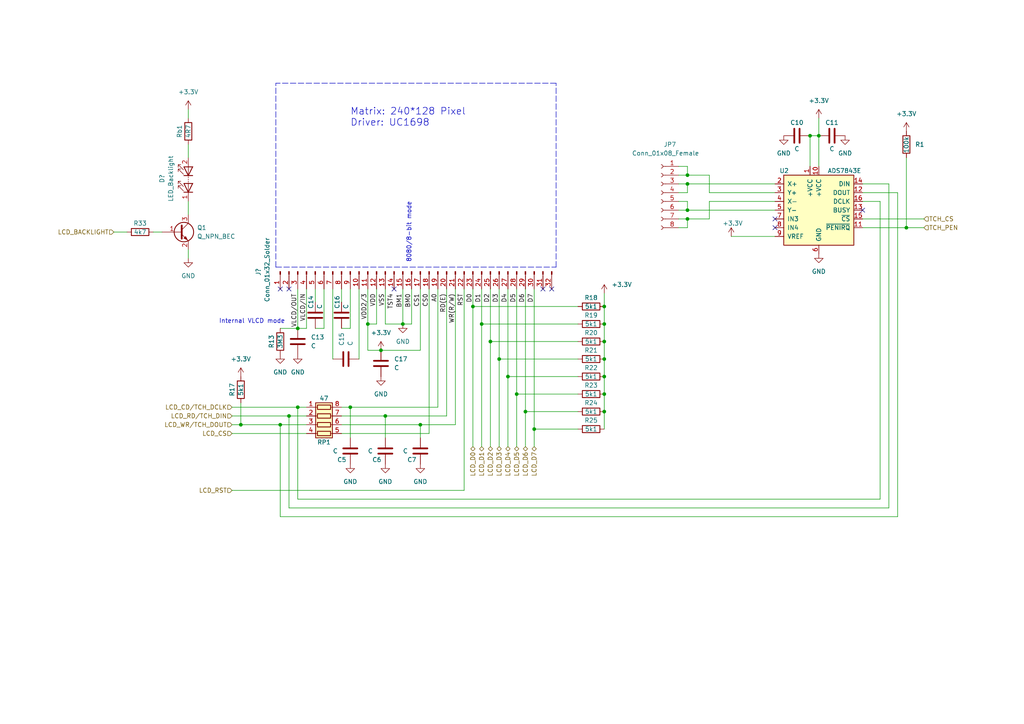
<source format=kicad_sch>
(kicad_sch (version 20211123) (generator eeschema)
  (paper "A4")
  (title_block (title "YardForce SAxxxPRO Dot-Matrix LCD CoverUI HS49067") (date "2023-08-22") (rev "0.1") (comment 1 "(c) Apehaenger") (comment 2 "For https://openmower.de") (comment 3 "PCB: WYPCB319B, WYM240128K1002") (comment 4 "LCD: WYM240128K10, 2019-12-14, HJ2818W6 A0"))
  (lib_symbols
    (symbol "Connector:Conn_01x08_Female" (pin_names (offset 1.016) hide)
      (property "Reference" "J" (at 0 10.16 0))
      (property "Value" "Conn_01x08_Female" (at 0 -12.7 0))
      (symbol "Conn_01x08_Female_1_1"
        (arc (start 0 -9.652) (mid -0.508 -10.16) (end 0 -10.668) (stroke (width 0.1524)))
        (arc (start 0 -7.112) (mid -0.508 -7.62) (end 0 -8.128) (stroke (width 0.1524)))
        (arc (start 0 -4.572) (mid -0.508 -5.08) (end 0 -5.588) (stroke (width 0.1524)))
        (arc (start 0 -2.032) (mid -0.508 -2.54) (end 0 -3.048) (stroke (width 0.1524)))
        (polyline (pts (xy -1.27 -10.16) (xy -0.508 -10.16)) (stroke (width 0.1524)))
        (polyline (pts (xy -1.27 -7.62) (xy -0.508 -7.62)) (stroke (width 0.1524)))
        (polyline (pts (xy -1.27 -5.08) (xy -0.508 -5.08)) (stroke (width 0.1524)))
        (polyline (pts (xy -1.27 -2.54) (xy -0.508 -2.54)) (stroke (width 0.1524)))
        (polyline (pts (xy -1.27 0) (xy -0.508 0)) (stroke (width 0.1524)))
        (polyline (pts (xy -1.27 2.54) (xy -0.508 2.54)) (stroke (width 0.1524)))
        (polyline (pts (xy -1.27 5.08) (xy -0.508 5.08)) (stroke (width 0.1524)))
        (polyline (pts (xy -1.27 7.62) (xy -0.508 7.62)) (stroke (width 0.1524)))
        (arc (start 0 0.508) (mid -0.508 0) (end 0 -0.508) (stroke (width 0.1524)))
        (arc (start 0 3.048) (mid -0.508 2.54) (end 0 2.032) (stroke (width 0.1524)))
        (arc (start 0 5.588) (mid -0.508 5.08) (end 0 4.572) (stroke (width 0.1524)))
        (arc (start 0 8.128) (mid -0.508 7.62) (end 0 7.112) (stroke (width 0.1524)))
        (pin passive line (at -5.08 7.62 0) (length 3.81) (name "Pin_1") (number "1"))
        (pin passive line (at -5.08 5.08 0) (length 3.81) (name "Pin_2") (number "2"))
        (pin passive line (at -5.08 2.54 0) (length 3.81) (name "Pin_3") (number "3"))
        (pin passive line (at -5.08 0 0) (length 3.81) (name "Pin_4") (number "4"))
        (pin passive line (at -5.08 -2.54 0) (length 3.81) (name "Pin_5") (number "5"))
        (pin passive line (at -5.08 -5.08 0) (length 3.81) (name "Pin_6") (number "6"))
        (pin passive line (at -5.08 -7.62 0) (length 3.81) (name "Pin_7") (number "7"))
        (pin passive line (at -5.08 -10.16 0) (length 3.81) (name "Pin_8") (number "8"))
      )
    )
    (symbol "Connector:Conn_01x32_Male" (pin_names (offset 1.016) hide)
      (property "Reference" "J" (at 0 40.64 0))
      (property "Value" "Conn_01x32_Male" (at 0 -43.18 0))
      (symbol "Conn_01x32_Male_1_1"
        (polyline (pts (xy 1.27 -40.64) (xy 0.8636 -40.64)) (stroke (width 0.1524)))
        (polyline (pts (xy 1.27 -38.1) (xy 0.8636 -38.1)) (stroke (width 0.1524)))
        (polyline (pts (xy 1.27 -35.56) (xy 0.8636 -35.56)) (stroke (width 0.1524)))
        (polyline (pts (xy 1.27 -33.02) (xy 0.8636 -33.02)) (stroke (width 0.1524)))
        (polyline (pts (xy 1.27 -30.48) (xy 0.8636 -30.48)) (stroke (width 0.1524)))
        (polyline (pts (xy 1.27 -27.94) (xy 0.8636 -27.94)) (stroke (width 0.1524)))
        (polyline (pts (xy 1.27 -25.4) (xy 0.8636 -25.4)) (stroke (width 0.1524)))
        (polyline (pts (xy 1.27 -22.86) (xy 0.8636 -22.86)) (stroke (width 0.1524)))
        (polyline (pts (xy 1.27 -20.32) (xy 0.8636 -20.32)) (stroke (width 0.1524)))
        (polyline (pts (xy 1.27 -17.78) (xy 0.8636 -17.78)) (stroke (width 0.1524)))
        (polyline (pts (xy 1.27 -15.24) (xy 0.8636 -15.24)) (stroke (width 0.1524)))
        (polyline (pts (xy 1.27 -12.7) (xy 0.8636 -12.7)) (stroke (width 0.1524)))
        (polyline (pts (xy 1.27 -10.16) (xy 0.8636 -10.16)) (stroke (width 0.1524)))
        (polyline (pts (xy 1.27 -7.62) (xy 0.8636 -7.62)) (stroke (width 0.1524)))
        (polyline (pts (xy 1.27 -5.08) (xy 0.8636 -5.08)) (stroke (width 0.1524)))
        (polyline (pts (xy 1.27 -2.54) (xy 0.8636 -2.54)) (stroke (width 0.1524)))
        (polyline (pts (xy 1.27 0) (xy 0.8636 0)) (stroke (width 0.1524)))
        (polyline (pts (xy 1.27 2.54) (xy 0.8636 2.54)) (stroke (width 0.1524)))
        (polyline (pts (xy 1.27 5.08) (xy 0.8636 5.08)) (stroke (width 0.1524)))
        (polyline (pts (xy 1.27 7.62) (xy 0.8636 7.62)) (stroke (width 0.1524)))
        (polyline (pts (xy 1.27 10.16) (xy 0.8636 10.16)) (stroke (width 0.1524)))
        (polyline (pts (xy 1.27 12.7) (xy 0.8636 12.7)) (stroke (width 0.1524)))
        (polyline (pts (xy 1.27 15.24) (xy 0.8636 15.24)) (stroke (width 0.1524)))
        (polyline (pts (xy 1.27 17.78) (xy 0.8636 17.78)) (stroke (width 0.1524)))
        (polyline (pts (xy 1.27 20.32) (xy 0.8636 20.32)) (stroke (width 0.1524)))
        (polyline (pts (xy 1.27 22.86) (xy 0.8636 22.86)) (stroke (width 0.1524)))
        (polyline (pts (xy 1.27 25.4) (xy 0.8636 25.4)) (stroke (width 0.1524)))
        (polyline (pts (xy 1.27 27.94) (xy 0.8636 27.94)) (stroke (width 0.1524)))
        (polyline (pts (xy 1.27 30.48) (xy 0.8636 30.48)) (stroke (width 0.1524)))
        (polyline (pts (xy 1.27 33.02) (xy 0.8636 33.02)) (stroke (width 0.1524)))
        (polyline (pts (xy 1.27 35.56) (xy 0.8636 35.56)) (stroke (width 0.1524)))
        (polyline (pts (xy 1.27 38.1) (xy 0.8636 38.1)) (stroke (width 0.1524)))
        (rectangle (start 0.8636 -40.513) (end 0 -40.767) (stroke (width 0.1524)) (fill (type outline)))
        (rectangle (start 0.8636 -37.973) (end 0 -38.227) (stroke (width 0.1524)) (fill (type outline)))
        (rectangle (start 0.8636 -35.433) (end 0 -35.687) (stroke (width 0.1524)) (fill (type outline)))
        (rectangle (start 0.8636 -32.893) (end 0 -33.147) (stroke (width 0.1524)) (fill (type outline)))
        (rectangle (start 0.8636 -30.353) (end 0 -30.607) (stroke (width 0.1524)) (fill (type outline)))
        (rectangle (start 0.8636 -27.813) (end 0 -28.067) (stroke (width 0.1524)) (fill (type outline)))
        (rectangle (start 0.8636 -25.273) (end 0 -25.527) (stroke (width 0.1524)) (fill (type outline)))
        (rectangle (start 0.8636 -22.733) (end 0 -22.987) (stroke (width 0.1524)) (fill (type outline)))
        (rectangle (start 0.8636 -20.193) (end 0 -20.447) (stroke (width 0.1524)) (fill (type outline)))
        (rectangle (start 0.8636 -17.653) (end 0 -17.907) (stroke (width 0.1524)) (fill (type outline)))
        (rectangle (start 0.8636 -15.113) (end 0 -15.367) (stroke (width 0.1524)) (fill (type outline)))
        (rectangle (start 0.8636 -12.573) (end 0 -12.827) (stroke (width 0.1524)) (fill (type outline)))
        (rectangle (start 0.8636 -10.033) (end 0 -10.287) (stroke (width 0.1524)) (fill (type outline)))
        (rectangle (start 0.8636 -7.493) (end 0 -7.747) (stroke (width 0.1524)) (fill (type outline)))
        (rectangle (start 0.8636 -4.953) (end 0 -5.207) (stroke (width 0.1524)) (fill (type outline)))
        (rectangle (start 0.8636 -2.413) (end 0 -2.667) (stroke (width 0.1524)) (fill (type outline)))
        (rectangle (start 0.8636 0.127) (end 0 -0.127) (stroke (width 0.1524)) (fill (type outline)))
        (rectangle (start 0.8636 2.667) (end 0 2.413) (stroke (width 0.1524)) (fill (type outline)))
        (rectangle (start 0.8636 5.207) (end 0 4.953) (stroke (width 0.1524)) (fill (type outline)))
        (rectangle (start 0.8636 7.747) (end 0 7.493) (stroke (width 0.1524)) (fill (type outline)))
        (rectangle (start 0.8636 10.287) (end 0 10.033) (stroke (width 0.1524)) (fill (type outline)))
        (rectangle (start 0.8636 12.827) (end 0 12.573) (stroke (width 0.1524)) (fill (type outline)))
        (rectangle (start 0.8636 15.367) (end 0 15.113) (stroke (width 0.1524)) (fill (type outline)))
        (rectangle (start 0.8636 17.907) (end 0 17.653) (stroke (width 0.1524)) (fill (type outline)))
        (rectangle (start 0.8636 20.447) (end 0 20.193) (stroke (width 0.1524)) (fill (type outline)))
        (rectangle (start 0.8636 22.987) (end 0 22.733) (stroke (width 0.1524)) (fill (type outline)))
        (rectangle (start 0.8636 25.527) (end 0 25.273) (stroke (width 0.1524)) (fill (type outline)))
        (rectangle (start 0.8636 28.067) (end 0 27.813) (stroke (width 0.1524)) (fill (type outline)))
        (rectangle (start 0.8636 30.607) (end 0 30.353) (stroke (width 0.1524)) (fill (type outline)))
        (rectangle (start 0.8636 33.147) (end 0 32.893) (stroke (width 0.1524)) (fill (type outline)))
        (rectangle (start 0.8636 35.687) (end 0 35.433) (stroke (width 0.1524)) (fill (type outline)))
        (rectangle (start 0.8636 38.227) (end 0 37.973) (stroke (width 0.1524)) (fill (type outline)))
        (pin passive line (at 5.08 38.1 180) (length 3.81) (name "Pin_1") (number "1"))
        (pin passive line (at 5.08 15.24 180) (length 3.81) (name "Pin_10") (number "10"))
        (pin passive line (at 5.08 12.7 180) (length 3.81) (name "Pin_11") (number "11"))
        (pin passive line (at 5.08 10.16 180) (length 3.81) (name "Pin_12") (number "12"))
        (pin passive line (at 5.08 7.62 180) (length 3.81) (name "Pin_13") (number "13"))
        (pin passive line (at 5.08 5.08 180) (length 3.81) (name "Pin_14") (number "14"))
        (pin passive line (at 5.08 2.54 180) (length 3.81) (name "Pin_15") (number "15"))
        (pin passive line (at 5.08 0 180) (length 3.81) (name "Pin_16") (number "16"))
        (pin passive line (at 5.08 -2.54 180) (length 3.81) (name "Pin_17") (number "17"))
        (pin passive line (at 5.08 -5.08 180) (length 3.81) (name "Pin_18") (number "18"))
        (pin passive line (at 5.08 -7.62 180) (length 3.81) (name "Pin_19") (number "19"))
        (pin passive line (at 5.08 35.56 180) (length 3.81) (name "Pin_2") (number "2"))
        (pin passive line (at 5.08 -10.16 180) (length 3.81) (name "Pin_20") (number "20"))
        (pin passive line (at 5.08 -12.7 180) (length 3.81) (name "Pin_21") (number "21"))
        (pin passive line (at 5.08 -15.24 180) (length 3.81) (name "Pin_22") (number "22"))
        (pin passive line (at 5.08 -17.78 180) (length 3.81) (name "Pin_23") (number "23"))
        (pin passive line (at 5.08 -20.32 180) (length 3.81) (name "Pin_24") (number "24"))
        (pin passive line (at 5.08 -22.86 180) (length 3.81) (name "Pin_25") (number "25"))
        (pin passive line (at 5.08 -25.4 180) (length 3.81) (name "Pin_26") (number "26"))
        (pin passive line (at 5.08 -27.94 180) (length 3.81) (name "Pin_27") (number "27"))
        (pin passive line (at 5.08 -30.48 180) (length 3.81) (name "Pin_28") (number "28"))
        (pin passive line (at 5.08 -33.02 180) (length 3.81) (name "Pin_29") (number "29"))
        (pin passive line (at 5.08 33.02 180) (length 3.81) (name "Pin_3") (number "3"))
        (pin passive line (at 5.08 -35.56 180) (length 3.81) (name "Pin_30") (number "30"))
        (pin passive line (at 5.08 -38.1 180) (length 3.81) (name "Pin_31") (number "31"))
        (pin passive line (at 5.08 -40.64 180) (length 3.81) (name "Pin_32") (number "32"))
        (pin passive line (at 5.08 30.48 180) (length 3.81) (name "Pin_4") (number "4"))
        (pin passive line (at 5.08 27.94 180) (length 3.81) (name "Pin_5") (number "5"))
        (pin passive line (at 5.08 25.4 180) (length 3.81) (name "Pin_6") (number "6"))
        (pin passive line (at 5.08 22.86 180) (length 3.81) (name "Pin_7") (number "7"))
        (pin passive line (at 5.08 20.32 180) (length 3.81) (name "Pin_8") (number "8"))
        (pin passive line (at 5.08 17.78 180) (length 3.81) (name "Pin_9") (number "9"))
      )
    )
    (symbol "Device:C" (pin_numbers hide) (pin_names (offset 0.254))
      (property "Reference" "C" (at 0.635 2.54 0))
      (property "Value" "C" (at 0.635 -2.54 0))
      (symbol "C_0_1"
        (polyline (pts (xy -2.032 -0.762) (xy 2.032 -0.762)) (stroke (width 0.508)))
        (polyline (pts (xy -2.032 0.762) (xy 2.032 0.762)) (stroke (width 0.508)))
      )
      (symbol "C_1_1"
        (pin passive line (at 0 3.81 270) (length 2.794) (name "~") (number "1"))
        (pin passive line (at 0 -3.81 90) (length 2.794) (name "~") (number "2"))
      )
    )
    (symbol "Device:LED_Series" (pin_names (offset 1.016) hide)
      (property "Reference" "D" (at 0 5.715 0))
      (property "Value" "LED_Series" (at 0 3.81 0))
      (symbol "LED_Series_0_1"
        (polyline (pts (xy -3.81 0) (xy -1.016 0)))
        (polyline (pts (xy -3.683 -1.27) (xy -3.683 1.27)) (stroke (width 0.254)))
        (polyline (pts (xy -0.508 0) (xy -0.762 0)))
        (polyline (pts (xy 0.127 0) (xy -0.127 0)))
        (polyline (pts (xy 0.508 0) (xy 0.762 0)))
        (polyline (pts (xy 1.016 0) (xy 3.81 0)))
        (polyline (pts (xy 1.143 -1.27) (xy 1.143 1.27)) (stroke (width 0.254)))
        (polyline (pts (xy -1.143 -1.27) (xy -1.143 1.27) (xy -3.683 0) (xy -1.143 -1.27)) (stroke (width 0.254)))
        (polyline (pts (xy 3.683 -1.27) (xy 3.683 1.27) (xy 1.143 0) (xy 3.683 -1.27)) (stroke (width 0.254)))
        (polyline (pts (xy -3.302 1.397) (xy -1.778 2.921) (xy -2.54 2.921) (xy -1.778 2.921) (xy -1.778 2.159)))
        (polyline (pts (xy -2.032 1.397) (xy -0.508 2.921) (xy -1.27 2.921) (xy -0.508 2.921) (xy -0.508 2.159)))
        (polyline (pts (xy 1.524 1.397) (xy 3.048 2.921) (xy 2.286 2.921) (xy 3.048 2.921) (xy 3.048 2.159)))
        (polyline (pts (xy 2.794 1.397) (xy 4.318 2.921) (xy 3.556 2.921) (xy 4.318 2.921) (xy 4.318 2.159)))
      )
      (symbol "LED_Series_1_1"
        (pin passive line (at -6.35 0 0) (length 2.54) (name "K") (number "1"))
        (pin passive line (at 6.35 0 180) (length 2.54) (name "A") (number "2"))
      )
    )
    (symbol "Device:Q_NPN_BEC" (pin_names (offset 0) hide)
      (property "Reference" "Q" (at 5.08 1.27 0))
      (property "Value" "Q_NPN_BEC" (at 5.08 -1.27 0))
      (symbol "Q_NPN_BEC_0_1"
        (polyline (pts (xy 0.635 0.635) (xy 2.54 2.54)))
        (polyline (pts (xy 0.635 -0.635) (xy 2.54 -2.54) (xy 2.54 -2.54)))
        (polyline (pts (xy 0.635 1.905) (xy 0.635 -1.905) (xy 0.635 -1.905)) (stroke (width 0.508)))
        (polyline (pts (xy 1.27 -1.778) (xy 1.778 -1.27) (xy 2.286 -2.286) (xy 1.27 -1.778) (xy 1.27 -1.778)) (fill (type outline)))
        (circle (center 1.27 0) (radius 2.8194) (stroke (width 0.254)))
      )
      (symbol "Q_NPN_BEC_1_1"
        (pin input line (at -5.08 0 0) (length 5.715) (name "B") (number "1"))
        (pin passive line (at 2.54 -5.08 90) (length 2.54) (name "E") (number "2"))
        (pin passive line (at 2.54 5.08 270) (length 2.54) (name "C") (number "3"))
      )
    )
    (symbol "Device:R" (pin_numbers hide) (pin_names (offset 0))
      (property "Reference" "R" (at 2.032 0 90))
      (property "Value" "R" (at 0 0 90))
      (symbol "R_0_1"
        (rectangle (start -1.016 -2.54) (end 1.016 2.54) (stroke (width 0.254)))
      )
      (symbol "R_1_1"
        (pin passive line (at 0 3.81 270) (length 1.27) (name "~") (number "1"))
        (pin passive line (at 0 -3.81 90) (length 1.27) (name "~") (number "2"))
      )
    )
    (symbol "Device:R_Pack04" (pin_names (offset 0) hide)
      (property "Reference" "RN" (at -7.62 0 90))
      (property "Value" "R_Pack04" (at 5.08 0 90))
      (symbol "R_Pack04_0_1"
        (rectangle (start -6.35 -2.413) (end 3.81 2.413) (stroke (width 0.254)) (fill (type background)))
        (rectangle (start -5.715 1.905) (end -4.445 -1.905) (stroke (width 0.254)))
        (rectangle (start -3.175 1.905) (end -1.905 -1.905) (stroke (width 0.254)))
        (rectangle (start -0.635 1.905) (end 0.635 -1.905) (stroke (width 0.254)))
        (polyline (pts (xy -5.08 -2.54) (xy -5.08 -1.905)))
        (polyline (pts (xy -5.08 1.905) (xy -5.08 2.54)))
        (polyline (pts (xy -2.54 -2.54) (xy -2.54 -1.905)))
        (polyline (pts (xy -2.54 1.905) (xy -2.54 2.54)))
        (polyline (pts (xy 0 -2.54) (xy 0 -1.905)))
        (polyline (pts (xy 0 1.905) (xy 0 2.54)))
        (polyline (pts (xy 2.54 -2.54) (xy 2.54 -1.905)))
        (polyline (pts (xy 2.54 1.905) (xy 2.54 2.54)))
        (rectangle (start 1.905 1.905) (end 3.175 -1.905) (stroke (width 0.254)))
      )
      (symbol "R_Pack04_1_1"
        (pin passive line (at -5.08 -5.08 90) (length 2.54) (name "R1.1") (number "1"))
        (pin passive line (at -2.54 -5.08 90) (length 2.54) (name "R2.1") (number "2"))
        (pin passive line (at 0 -5.08 90) (length 2.54) (name "R3.1") (number "3"))
        (pin passive line (at 2.54 -5.08 90) (length 2.54) (name "R4.1") (number "4"))
        (pin passive line (at 2.54 5.08 270) (length 2.54) (name "R4.2") (number "5"))
        (pin passive line (at 0 5.08 270) (length 2.54) (name "R3.2") (number "6"))
        (pin passive line (at -2.54 5.08 270) (length 2.54) (name "R2.2") (number "7"))
        (pin passive line (at -5.08 5.08 270) (length 2.54) (name "R1.2") (number "8"))
      )
    )
    (symbol "Driver_Display:ADS7843E" (pin_names (offset 1.016))
      (property "Reference" "U2" (at 2.0194 15.24 0))
      (property "Value" "ADS7843E" (at 2.0194 12.7 0))
      (symbol "ADS7843E_0_1"
        (rectangle (start -10.16 10.16) (end 10.16 -10.16) (stroke (width 0.254)) (fill (type background)))
      )
      (symbol "ADS7843E_1_1"
        (pin passive line (at -2.54 12.7 270) (length 2.54) (name "+VCC") (number "1"))
        (pin power_in line (at 0 12.7 270) (length 2.54) (name "+VCC") (number "10"))
        (pin open_collector line (at 12.7 -5.08 180) (length 2.54) (name "~{PENIRQ}") (number "11"))
        (pin output line (at 12.7 5.08 180) (length 2.54) (name "DOUT") (number "12"))
        (pin output line (at 12.7 0 180) (length 2.54) (name "BUSY") (number "13"))
        (pin input line (at 12.7 7.62 180) (length 2.54) (name "DIN") (number "14"))
        (pin input line (at 12.7 -2.54 180) (length 2.54) (name "~{CS}") (number "15"))
        (pin input line (at 12.7 2.54 180) (length 2.54) (name "DCLK") (number "16"))
        (pin input line (at -12.7 7.62 0) (length 2.54) (name "X+") (number "2"))
        (pin input line (at -12.7 5.08 0) (length 2.54) (name "Y+") (number "3"))
        (pin input line (at -12.7 2.54 0) (length 2.54) (name "X-") (number "4"))
        (pin input line (at -12.7 0 0) (length 2.54) (name "Y-") (number "5"))
        (pin power_in line (at 0 -12.7 90) (length 2.54) (name "GND") (number "6"))
        (pin input line (at -12.7 -2.54 0) (length 2.54) (name "IN3") (number "7"))
        (pin input line (at -12.7 -5.08 0) (length 2.54) (name "IN4") (number "8"))
        (pin input line (at -12.7 -7.62 0) (length 2.54) (name "VREF") (number "9"))
      )
    )
    (symbol "power:+3.3V" (power) (pin_names (offset 0))
      (property "Value" "+3.3V" (at 0 3.556 0))
      (symbol "+3.3V_0_1"
        (polyline (pts (xy -0.762 1.27) (xy 0 2.54)))
        (polyline (pts (xy 0 0) (xy 0 2.54)))
        (polyline (pts (xy 0 2.54) (xy 0.762 1.27)))
      )
      (symbol "+3.3V_1_1"
        (pin power_in line (at 0 0 90) (length 0) hide (name "+3.3V") (number "1"))
      )
    )
    (symbol "power:GND" (power) (pin_names (offset 0))
      (property "Value" "GND" (at 0 -3.81 0))
      (symbol "GND_0_1"
        (polyline (pts (xy 0 0) (xy 0 -1.27) (xy 1.27 -1.27) (xy 0 -2.54) (xy -1.27 -1.27) (xy 0 -1.27)))
      )
      (symbol "GND_1_1"
        (pin power_in line (at 0 0 270) (length 0) hide (name "GND") (number "1"))
      )
    )
  )
  (junction (at 81.28 123.19))
  (junction (at 86.36 118.11))
  (junction (at 175.26 119.38))
  (junction (at 175.26 88.9))
  (junction (at 199.39 53.34))
  (junction (at 69.85 123.19))
  (junction (at 142.24 99.06))
  (junction (at 175.26 104.14))
  (junction (at 199.39 50.8))
  (junction (at 234.95 39.37))
  (junction (at 175.26 109.22))
  (junction (at 237.49 39.37))
  (junction (at 106.68 93.98))
  (junction (at 175.26 93.98))
  (junction (at 110.49 101.6))
  (junction (at 175.26 114.3))
  (junction (at 175.26 99.06))
  (junction (at 199.39 60.96))
  (junction (at 152.4 119.38))
  (junction (at 86.36 95.25))
  (junction (at 111.76 120.65))
  (junction (at 147.32 109.22))
  (junction (at 137.16 88.9))
  (junction (at 101.6 118.11))
  (junction (at 262.89 66.04))
  (junction (at 116.84 93.98))
  (junction (at 199.39 63.5))
  (junction (at 154.94 124.46))
  (junction (at 149.86 114.3))
  (junction (at 83.82 120.65))
  (junction (at 121.92 123.19))
  (junction (at 139.7 93.98))
  (junction (at 144.78 104.14))
  (no_connect (at 160.02 83.82))
  (no_connect (at 157.48 83.82))
  (no_connect (at 81.28 83.82))
  (no_connect (at 224.79 63.5))
  (no_connect (at 83.82 83.82))
  (no_connect (at 114.3 83.82))
  (no_connect (at 224.79 66.04))
  (no_connect (at 250.19 60.96))
  (wire (pts (xy 199.39 48.26) (xy 199.39 50.8)))
  (wire (pts (xy 44.45 67.31) (xy 46.99 67.31)))
  (wire (pts (xy 154.94 124.46) (xy 167.64 124.46)))
  (wire (pts (xy 106.68 83.82) (xy 106.68 93.98)))
  (wire (pts (xy 124.46 83.82) (xy 124.46 125.73)))
  (wire (pts (xy 154.94 124.46) (xy 154.94 129.54)))
  (wire (pts (xy 196.85 53.34) (xy 199.39 53.34)))
  (wire (pts (xy 67.31 142.24) (xy 134.62 142.24)))
  (wire (pts (xy 199.39 50.8) (xy 205.74 50.8)))
  (wire (pts (xy 175.26 114.3) (xy 175.26 109.22)))
  (wire (pts (xy 121.92 101.6) (xy 121.92 83.82)))
  (wire (pts (xy 205.74 58.42) (xy 224.79 58.42)))
  (wire (pts (xy 104.14 104.14) (xy 104.14 83.82)))
  (wire (pts (xy 101.6 95.25) (xy 101.6 83.82)))
  (wire (pts (xy 257.81 147.32) (xy 83.82 147.32)))
  (wire (pts (xy 147.32 109.22) (xy 147.32 129.54)))
  (wire (pts (xy 137.16 88.9) (xy 137.16 129.54)))
  (wire (pts (xy 99.06 118.11) (xy 101.6 118.11)))
  (wire (pts (xy 175.26 104.14) (xy 175.26 99.06)))
  (wire (pts (xy 154.94 83.82) (xy 154.94 124.46)))
  (wire (pts (xy 237.49 39.37) (xy 237.49 48.26)))
  (wire (pts (xy 175.26 109.22) (xy 175.26 104.14)))
  (wire (pts (xy 116.84 93.98) (xy 116.84 83.82)))
  (wire (pts (xy 99.06 125.73) (xy 124.46 125.73)))
  (wire (pts (xy 101.6 118.11) (xy 101.6 127)))
  (wire (pts (xy 212.09 68.58) (xy 224.79 68.58)))
  (polyline (pts (xy 161.29 77.47) (xy 161.29 24.13)))
  (wire (pts (xy 99.06 87.63) (xy 99.06 83.82)))
  (wire (pts (xy 149.86 114.3) (xy 149.86 129.54)))
  (wire (pts (xy 196.85 66.04) (xy 199.39 66.04)))
  (wire (pts (xy 111.76 83.82) (xy 111.76 93.98)))
  (wire (pts (xy 199.39 66.04) (xy 199.39 63.5)))
  (wire (pts (xy 250.19 58.42) (xy 255.27 58.42)))
  (wire (pts (xy 196.85 50.8) (xy 199.39 50.8)))
  (wire (pts (xy 149.86 83.82) (xy 149.86 114.3)))
  (polyline (pts (xy 80.01 77.47) (xy 80.01 24.13)))
  (wire (pts (xy 111.76 127) (xy 111.76 120.65)))
  (wire (pts (xy 109.22 93.98) (xy 106.68 93.98)))
  (wire (pts (xy 260.35 55.88) (xy 260.35 149.86)))
  (wire (pts (xy 111.76 93.98) (xy 116.84 93.98)))
  (wire (pts (xy 196.85 55.88) (xy 199.39 55.88)))
  (wire (pts (xy 121.92 123.19) (xy 132.08 123.19)))
  (polyline (pts (xy 80.01 77.47) (xy 161.29 77.47)))
  (wire (pts (xy 69.85 116.84) (xy 69.85 123.19)))
  (wire (pts (xy 237.49 39.37) (xy 234.95 39.37)))
  (wire (pts (xy 147.32 83.82) (xy 147.32 109.22)))
  (wire (pts (xy 96.52 104.14) (xy 96.52 83.82)))
  (wire (pts (xy 147.32 109.22) (xy 167.64 109.22)))
  (wire (pts (xy 127 83.82) (xy 127 118.11)))
  (wire (pts (xy 33.02 67.31) (xy 36.83 67.31)))
  (wire (pts (xy 262.89 45.72) (xy 262.89 66.04)))
  (wire (pts (xy 142.24 99.06) (xy 167.64 99.06)))
  (wire (pts (xy 237.49 34.29) (xy 237.49 39.37)))
  (wire (pts (xy 134.62 142.24) (xy 134.62 83.82)))
  (wire (pts (xy 81.28 95.25) (xy 86.36 95.25)))
  (wire (pts (xy 106.68 101.6) (xy 106.68 93.98)))
  (wire (pts (xy 81.28 123.19) (xy 88.9 123.19)))
  (wire (pts (xy 86.36 144.78) (xy 86.36 118.11)))
  (wire (pts (xy 106.68 101.6) (xy 110.49 101.6)))
  (wire (pts (xy 54.61 41.91) (xy 54.61 45.72)))
  (wire (pts (xy 196.85 60.96) (xy 199.39 60.96)))
  (wire (pts (xy 99.06 95.25) (xy 101.6 95.25)))
  (wire (pts (xy 250.19 53.34) (xy 257.81 53.34)))
  (wire (pts (xy 83.82 120.65) (xy 88.9 120.65)))
  (wire (pts (xy 152.4 119.38) (xy 152.4 129.54)))
  (wire (pts (xy 199.39 58.42) (xy 199.39 60.96)))
  (wire (pts (xy 175.26 99.06) (xy 175.26 93.98)))
  (wire (pts (xy 99.06 123.19) (xy 121.92 123.19)))
  (wire (pts (xy 101.6 118.11) (xy 127 118.11)))
  (wire (pts (xy 255.27 58.42) (xy 255.27 144.78)))
  (wire (pts (xy 144.78 104.14) (xy 167.64 104.14)))
  (wire (pts (xy 132.08 123.19) (xy 132.08 83.82)))
  (wire (pts (xy 139.7 83.82) (xy 139.7 93.98)))
  (wire (pts (xy 205.74 63.5) (xy 205.74 58.42)))
  (wire (pts (xy 149.86 114.3) (xy 167.64 114.3)))
  (wire (pts (xy 86.36 118.11) (xy 88.9 118.11)))
  (wire (pts (xy 67.31 120.65) (xy 83.82 120.65)))
  (wire (pts (xy 199.39 53.34) (xy 224.79 53.34)))
  (wire (pts (xy 121.92 123.19) (xy 121.92 127)))
  (wire (pts (xy 88.9 95.25) (xy 88.9 83.82)))
  (wire (pts (xy 250.19 55.88) (xy 260.35 55.88)))
  (wire (pts (xy 109.22 83.82) (xy 109.22 93.98)))
  (wire (pts (xy 205.74 50.8) (xy 205.74 55.88)))
  (wire (pts (xy 262.89 66.04) (xy 267.97 66.04)))
  (wire (pts (xy 199.39 60.96) (xy 224.79 60.96)))
  (wire (pts (xy 142.24 99.06) (xy 142.24 129.54)))
  (wire (pts (xy 91.44 87.63) (xy 91.44 83.82)))
  (wire (pts (xy 69.85 123.19) (xy 81.28 123.19)))
  (wire (pts (xy 234.95 39.37) (xy 234.95 48.26)))
  (wire (pts (xy 54.61 58.42) (xy 54.61 62.23)))
  (wire (pts (xy 255.27 144.78) (xy 86.36 144.78)))
  (wire (pts (xy 152.4 119.38) (xy 167.64 119.38)))
  (wire (pts (xy 196.85 63.5) (xy 199.39 63.5)))
  (wire (pts (xy 69.85 123.19) (xy 67.31 123.19)))
  (wire (pts (xy 67.31 125.73) (xy 88.9 125.73)))
  (wire (pts (xy 250.19 63.5) (xy 267.97 63.5)))
  (wire (pts (xy 257.81 53.34) (xy 257.81 147.32)))
  (wire (pts (xy 111.76 120.65) (xy 129.54 120.65)))
  (wire (pts (xy 54.61 72.39) (xy 54.61 74.93)))
  (wire (pts (xy 81.28 149.86) (xy 81.28 123.19)))
  (wire (pts (xy 196.85 58.42) (xy 199.39 58.42)))
  (wire (pts (xy 167.64 88.9) (xy 137.16 88.9)))
  (wire (pts (xy 119.38 83.82) (xy 119.38 93.98)))
  (wire (pts (xy 99.06 120.65) (xy 111.76 120.65)))
  (wire (pts (xy 142.24 83.82) (xy 142.24 99.06)))
  (wire (pts (xy 86.36 83.82) (xy 86.36 95.25)))
  (polyline (pts (xy 161.29 24.13) (xy 80.01 24.13)))
  (wire (pts (xy 144.78 104.14) (xy 144.78 129.54)))
  (wire (pts (xy 129.54 120.65) (xy 129.54 83.82)))
  (wire (pts (xy 199.39 63.5) (xy 205.74 63.5)))
  (wire (pts (xy 67.31 118.11) (xy 86.36 118.11)))
  (wire (pts (xy 91.44 95.25) (xy 93.98 95.25)))
  (wire (pts (xy 152.4 83.82) (xy 152.4 119.38)))
  (wire (pts (xy 175.26 85.09) (xy 175.26 88.9)))
  (wire (pts (xy 205.74 55.88) (xy 224.79 55.88)))
  (wire (pts (xy 144.78 83.82) (xy 144.78 104.14)))
  (wire (pts (xy 83.82 147.32) (xy 83.82 120.65)))
  (wire (pts (xy 137.16 88.9) (xy 137.16 83.82)))
  (wire (pts (xy 199.39 55.88) (xy 199.39 53.34)))
  (wire (pts (xy 119.38 93.98) (xy 116.84 93.98)))
  (wire (pts (xy 175.26 124.46) (xy 175.26 119.38)))
  (wire (pts (xy 139.7 93.98) (xy 139.7 129.54)))
  (wire (pts (xy 86.36 95.25) (xy 88.9 95.25)))
  (wire (pts (xy 196.85 48.26) (xy 199.39 48.26)))
  (wire (pts (xy 93.98 83.82) (xy 93.98 95.25)))
  (wire (pts (xy 175.26 114.3) (xy 175.26 119.38)))
  (wire (pts (xy 260.35 149.86) (xy 81.28 149.86)))
  (wire (pts (xy 139.7 93.98) (xy 167.64 93.98)))
  (wire (pts (xy 175.26 93.98) (xy 175.26 88.9)))
  (wire (pts (xy 110.49 101.6) (xy 121.92 101.6)))
  (wire (pts (xy 250.19 66.04) (xy 262.89 66.04)))
  (wire (pts (xy 54.61 31.75) (xy 54.61 34.29)))
  (text "Internal VLCD mode" (at 63.5 93.98 0) (effects (font (size 1.27 1.27)) (justify left bottom)))
  (text "Matrix: 240*128 Pixel\nDriver: UC1698" (at 101.6 36.83 0) (effects (font (size 2 2)) (justify left bottom)))
  (text "8080/8-bit mode" (at 119.38 76.2 90) (effects (font (size 1.27 1.27)) (justify left bottom)))
  (label "VDD2{slash}3" (at 106.68 85.09 270))
  (label "RD(E)" (at 129.54 85.09 270))
  (label "TST4" (at 114.3 85.09 270))
  (label "RST" (at 134.62 85.09 270))
  (label "CS0" (at 124.46 85.09 270))
  (label "D1" (at 139.7 85.09 270))
  (label "D3" (at 144.78 85.09 270))
  (label "WR(R{slash}W)" (at 132.08 85.09 270))
  (label "D7" (at 154.94 85.09 270))
  (label "BM1" (at 116.84 85.09 270))
  (label "D2" (at 142.24 85.09 270))
  (label "D4" (at 147.32 85.09 270))
  (label "D6" (at 152.4 85.09 270))
  (label "A0" (at 127 85.09 270))
  (label "VSS" (at 111.76 85.09 270))
  (label "VDD" (at 109.22 85.09 270))
  (label "VLCD{slash}OUT" (at 86.36 85.09 270))
  (label "D0" (at 137.16 85.09 270))
  (label "BM0" (at 119.38 85.09 270))
  (label "VLCD{slash}IN" (at 88.9 85.09 270))
  (label "CS1" (at 121.92 85.09 270))
  (label "D5" (at 149.86 85.09 270))
  (hierarchical_label "TCH_PEN" (shape input) (at 267.97 66.04 0))
  (hierarchical_label "LCD_CS" (shape input) (at 67.31 125.73 180))
  (hierarchical_label "LCD_D4" (shape bidirectional) (at 147.32 129.54 270))
  (hierarchical_label "LCD_RD{slash}TCH_DIN" (shape input) (at 67.31 120.65 180))
  (hierarchical_label "TCH_CS" (shape input) (at 267.97 63.5 0))
  (hierarchical_label "LCD_D1" (shape bidirectional) (at 139.7 129.54 270))
  (hierarchical_label "LCD_D6" (shape bidirectional) (at 152.4 129.54 270))
  (hierarchical_label "LCD_D7" (shape bidirectional) (at 154.94 129.54 270))
  (hierarchical_label "LCD_D2" (shape bidirectional) (at 142.24 129.54 270))
  (hierarchical_label "LCD_D5" (shape bidirectional) (at 149.86 129.54 270))
  (hierarchical_label "LCD_D0" (shape bidirectional) (at 137.16 129.54 270))
  (hierarchical_label "LCD_RST" (shape input) (at 67.31 142.24 180))
  (hierarchical_label "LCD_WR{slash}TCH_DOUT" (shape input) (at 67.31 123.19 180))
  (hierarchical_label "LCD_CD{slash}TCH_DCLK" (shape input) (at 67.31 118.11 180))
  (hierarchical_label "LCD_D3" (shape bidirectional) (at 144.78 129.54 270))
  (hierarchical_label "LCD_BACKLIGHT" (shape input) (at 33.02 67.31 180))
  (symbol (lib_id "power:GND") (at 237.49 73.66 0) (unit 1)
    (property "Reference" "#PWR?" (effects hide))
    (property "Value" "GND" (at 237.49 78.74 0))
  )
  (symbol (lib_id "Device:C") (at 86.36 99.06 0) (unit 1)
    (property "Reference" "C13" (at 90.17 97.7899 0) (effects (justify left)))
    (property "Value" "C" (at 90.17 100.3299 0) (effects (justify left)))
  )
  (symbol (lib_id "Device:C") (at 91.44 91.44 180) (unit 1)
    (property "Reference" "C14" (at 90.17 87.63 90))
    (property "Value" "C" (at 92.71 88.9 90))
  )
  (symbol (lib_id "Device:C") (at 99.06 91.44 180) (unit 1)
    (property "Reference" "C16" (at 97.79 87.63 90))
    (property "Value" "C" (at 100.33 88.9 90))
  )
  (symbol (lib_id "Device:R") (at 69.85 113.03 0) (mirror y) (unit 1)
    (property "Reference" "R17" (at 67.31 113.03 90))
    (property "Value" "5k1" (at 69.85 113.03 90))
  )
  (symbol (lib_id "Connector:Conn_01x32_Male") (at 119.38 78.74 90) (mirror x) (unit 1)
    (property "Reference" "J?" (at 74.93 80.01 0) (effects (justify right)))
    (property "Value" "Conn_01x32_Solder" (at 77.47 87.63 0) (effects (justify right)))
  )
  (symbol (lib_id "Device:R") (at 262.89 41.91 0) (unit 1)
    (property "Reference" "R1" (at 265.43 41.91 0) (effects (justify left)))
    (property "Value" "100k" (at 262.89 44.45 90) (effects (justify left)))
  )
  (symbol (lib_id "Device:C") (at 101.6 130.81 0) (unit 1)
    (property "Reference" "C5" (at 97.79 133.35 0) (effects (justify left)))
    (property "Value" "C" (at 96.52 130.81 0) (effects (justify left)))
  )
  (symbol (lib_id "Device:R") (at 171.45 88.9 90) (unit 1)
    (property "Reference" "R18" (at 171.45 86.36 90))
    (property "Value" "5k1" (at 171.45 88.9 90))
  )
  (symbol (lib_id "Driver_Display:ADS7843E") (at 237.49 60.96 0) (unit 1)
    (property "Reference" "U2" (at 226.06 49.53 0) (effects (justify left)))
    (property "Value" "ADS7843E" (at 240.03 49.53 0) (effects (justify left)))
    (property "Footprint" "Package_SO:SSOP-16_3.9x4.9mm_P0.635mm" (effects hide))
    (property "Datasheet" "http://www.ti.com/lit/ds/symlink/ads7843.pdf" (effects hide))
  )
  (symbol (lib_id "Device:R") (at 171.45 99.06 90) (unit 1)
    (property "Reference" "R20" (at 171.45 96.52 90))
    (property "Value" "5k1" (at 171.45 99.06 90))
  )
  (symbol (lib_id "Device:R_Pack04") (at 93.98 123.19 270) (unit 1)
    (property "Reference" "RP1" (at 93.98 128.27 90))
    (property "Value" "47" (at 93.98 115.57 90))
  )
  (symbol (lib_id "Device:C") (at 110.49 105.41 0) (unit 1)
    (property "Reference" "C17" (at 114.3 104.1399 0) (effects (justify left)))
    (property "Value" "C" (at 114.3 106.6799 0) (effects (justify left)))
  )
  (symbol (lib_id "Device:R") (at 171.45 119.38 90) (unit 1)
    (property "Reference" "R24" (at 171.45 116.84 90))
    (property "Value" "5k1" (at 171.45 119.38 90))
  )
  (symbol (lib_id "Device:R") (at 171.45 93.98 90) (unit 1)
    (property "Reference" "R19" (at 171.45 91.44 90))
    (property "Value" "5k1" (at 171.45 93.98 90))
  )
  (symbol (lib_id "Device:Q_NPN_BEC") (at 52.07 67.31 0) (unit 1)
    (property "Reference" "Q1" (at 57.15 66.0399 0) (effects (justify left)))
    (property "Value" "Q_NPN_BEC" (at 57.15 68.5799 0) (effects (justify left)))
  )
  (symbol (lib_id "power:GND") (at 245.11 39.37 0) (unit 1)
    (property "Reference" "#PWR?" (effects hide))
    (property "Value" "GND" (at 245.11 44.45 0))
  )
  (symbol (lib_id "power:+3.3V") (at 110.49 101.6 0) (unit 1)
    (property "Reference" "#PWR?" (effects hide))
    (property "Value" "+3.3V" (at 110.49 96.52 0))
  )
  (symbol (lib_id "power:+3.3V") (at 175.26 85.09 0) (mirror y) (unit 1)
    (property "Reference" "#PWR?" (effects hide))
    (property "Value" "+3.3V" (at 180.34 82.55 0))
  )
  (symbol (lib_id "power:GND") (at 86.36 102.87 0) (unit 1)
    (property "Reference" "#PWR?" (effects hide))
    (property "Value" "GND" (at 86.36 107.95 0))
  )
  (symbol (lib_id "Device:C") (at 231.14 39.37 270) (unit 1)
    (property "Reference" "C10" (at 231.14 35.56 90))
    (property "Value" "C" (at 231.14 43.18 90))
  )
  (symbol (lib_id "power:+3.3V") (at 262.89 38.1 0) (unit 1)
    (property "Reference" "#PWR?" (effects hide))
    (property "Value" "+3.3V" (at 262.89 33.02 0))
  )
  (symbol (lib_id "Device:R") (at 171.45 124.46 90) (unit 1)
    (property "Reference" "R25" (at 171.45 121.92 90))
    (property "Value" "5k1" (at 171.45 124.46 90))
  )
  (symbol (lib_id "Device:R") (at 81.28 99.06 0) (mirror y) (unit 1)
    (property "Reference" "R13" (at 78.74 99.06 90))
    (property "Value" "3M3" (at 81.28 99.06 90))
  )
  (symbol (lib_id "power:GND") (at 110.49 109.22 0) (unit 1)
    (property "Reference" "#PWR?" (effects hide))
    (property "Value" "GND" (at 110.49 114.3 0))
  )
  (symbol (lib_id "Device:C") (at 100.33 104.14 90) (unit 1)
    (property "Reference" "C15" (at 99.0599 100.33 0) (effects (justify left)))
    (property "Value" "C" (at 101.5999 100.33 0) (effects (justify left)))
  )
  (symbol (lib_id "Device:R") (at 171.45 104.14 90) (unit 1)
    (property "Reference" "R21" (at 171.45 101.6 90))
    (property "Value" "5k1" (at 171.45 104.14 90))
  )
  (symbol (lib_id "power:GND") (at 101.6 134.62 0) (unit 1)
    (property "Reference" "#PWR?" (effects hide))
    (property "Value" "GND" (at 101.6 139.7 0))
  )
  (symbol (lib_id "power:+3.3V") (at 69.85 109.22 0) (unit 1)
    (property "Reference" "#PWR?" (effects hide))
    (property "Value" "+3.3V" (at 69.85 104.14 0))
  )
  (symbol (lib_id "power:GND") (at 116.84 93.98 0) (unit 1)
    (property "Reference" "#PWR?" (effects hide))
    (property "Value" "GND" (at 116.84 99.06 0))
  )
  (symbol (lib_id "power:+3.3V") (at 54.61 31.75 0) (mirror y) (unit 1)
    (property "Reference" "#PWR?" (effects hide))
    (property "Value" "+3.3V" (at 54.61 26.67 0))
  )
  (symbol (lib_id "Device:C") (at 241.3 39.37 270) (unit 1)
    (property "Reference" "C11" (at 241.3 35.56 90))
    (property "Value" "C" (at 241.3 43.18 90))
  )
  (symbol (lib_id "Device:C") (at 111.76 130.81 0) (unit 1)
    (property "Reference" "C6" (at 107.95 133.35 0) (effects (justify left)))
    (property "Value" "C" (at 106.68 130.81 0) (effects (justify left)))
  )
  (symbol (lib_id "power:GND") (at 227.33 39.37 0) (unit 1)
    (property "Reference" "#PWR?" (effects hide))
    (property "Value" "GND" (at 227.33 44.45 0))
  )
  (symbol (lib_id "power:+3.3V") (at 212.09 68.58 0) (unit 1)
    (property "Reference" "#PWR?" (effects hide))
    (property "Value" "+3.3V" (at 209.55 64.77 0) (effects (justify left)))
  )
  (symbol (lib_id "power:GND") (at 54.61 74.93 0) (unit 1)
    (property "Reference" "#PWR?" (effects hide))
    (property "Value" "GND" (at 54.61 80.01 0))
  )
  (symbol (lib_id "power:GND") (at 121.92 134.62 0) (unit 1)
    (property "Reference" "#PWR?" (effects hide))
    (property "Value" "GND" (at 121.92 139.7 0))
  )
  (symbol (lib_id "power:GND") (at 81.28 102.87 0) (unit 1)
    (property "Reference" "#PWR?" (effects hide))
    (property "Value" "GND" (at 81.28 107.95 0))
  )
  (symbol (lib_id "Device:R") (at 171.45 114.3 90) (unit 1)
    (property "Reference" "R23" (at 171.45 111.76 90))
    (property "Value" "5k1" (at 171.45 114.3 90))
  )
  (symbol (lib_id "power:GND") (at 111.76 134.62 0) (unit 1)
    (property "Reference" "#PWR?" (effects hide))
    (property "Value" "GND" (at 111.76 139.7 0))
  )
  (symbol (lib_id "Connector:Conn_01x08_Female") (at 191.77 55.88 0) (mirror y) (unit 1)
    (property "Reference" "JP7" (at 194.31 41.91 0))
    (property "Value" "Conn_01x08_Female" (at 193.04 44.45 0))
  )
  (symbol (lib_id "Device:R") (at 171.45 109.22 90) (unit 1)
    (property "Reference" "R22" (at 171.45 106.68 90))
    (property "Value" "5k1" (at 171.45 109.22 90))
  )
  (symbol (lib_id "power:+3.3V") (at 237.49 34.29 0) (unit 1)
    (property "Reference" "#PWR?" (effects hide))
    (property "Value" "+3.3V" (at 237.49 29.21 0))
  )
  (symbol (lib_id "Device:LED_Series") (at 54.61 52.07 90) (unit 1)
    (property "Reference" "D?" (at 46.99 51.816 0))
    (property "Value" "LED_Backlight" (at 49.53 51.816 0))
  )
  (symbol (lib_id "Device:C") (at 121.92 130.81 0) (unit 1)
    (property "Reference" "C7" (at 118.11 133.35 0) (effects (justify left)))
    (property "Value" "C" (at 116.84 130.81 0) (effects (justify left)))
  )
  (symbol (lib_id "Device:R") (at 40.64 67.31 270) (mirror x) (unit 1)
    (property "Reference" "R33" (at 40.64 64.77 90))
    (property "Value" "4k7" (at 40.64 67.31 90))
  )
  (symbol (lib_id "Device:R") (at 54.61 38.1 0) (mirror y) (unit 1)
    (property "Reference" "Rb1" (at 52.07 38.1 90))
    (property "Value" "4R7" (at 54.61 38.1 90))
  )
)
</source>
